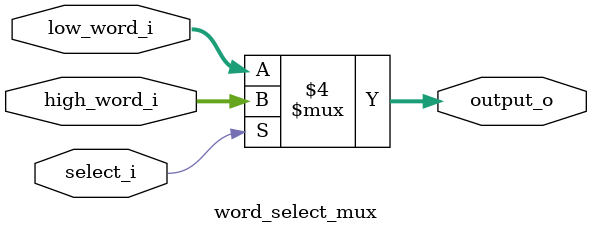
<source format=v>
module word_select_mux (
  input [47:0] low_word_i,
  input [47:0] high_word_i,

  input select_i,

  output reg [47:0] output_o
);

always @(*) begin
  if (select_i == 1'b0)
    output_o = low_word_i;
  else
    output_o = high_word_i;
end

endmodule

</source>
